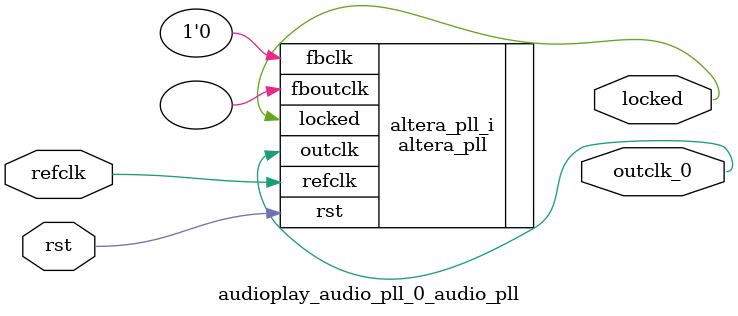
<source format=v>
`timescale 1ns/10ps
module  audioplay_audio_pll_0_audio_pll(

	// interface 'refclk'
	input wire refclk,

	// interface 'reset'
	input wire rst,

	// interface 'outclk0'
	output wire outclk_0,

	// interface 'locked'
	output wire locked
);

	altera_pll #(
		.fractional_vco_multiplier("false"),
		.reference_clock_frequency("50.0 MHz"),
		.operation_mode("direct"),
		.number_of_clocks(1),
		.output_clock_frequency0("12.288135 MHz"),
		.phase_shift0("0 ps"),
		.duty_cycle0(50),
		.output_clock_frequency1("0 MHz"),
		.phase_shift1("0 ps"),
		.duty_cycle1(50),
		.output_clock_frequency2("0 MHz"),
		.phase_shift2("0 ps"),
		.duty_cycle2(50),
		.output_clock_frequency3("0 MHz"),
		.phase_shift3("0 ps"),
		.duty_cycle3(50),
		.output_clock_frequency4("0 MHz"),
		.phase_shift4("0 ps"),
		.duty_cycle4(50),
		.output_clock_frequency5("0 MHz"),
		.phase_shift5("0 ps"),
		.duty_cycle5(50),
		.output_clock_frequency6("0 MHz"),
		.phase_shift6("0 ps"),
		.duty_cycle6(50),
		.output_clock_frequency7("0 MHz"),
		.phase_shift7("0 ps"),
		.duty_cycle7(50),
		.output_clock_frequency8("0 MHz"),
		.phase_shift8("0 ps"),
		.duty_cycle8(50),
		.output_clock_frequency9("0 MHz"),
		.phase_shift9("0 ps"),
		.duty_cycle9(50),
		.output_clock_frequency10("0 MHz"),
		.phase_shift10("0 ps"),
		.duty_cycle10(50),
		.output_clock_frequency11("0 MHz"),
		.phase_shift11("0 ps"),
		.duty_cycle11(50),
		.output_clock_frequency12("0 MHz"),
		.phase_shift12("0 ps"),
		.duty_cycle12(50),
		.output_clock_frequency13("0 MHz"),
		.phase_shift13("0 ps"),
		.duty_cycle13(50),
		.output_clock_frequency14("0 MHz"),
		.phase_shift14("0 ps"),
		.duty_cycle14(50),
		.output_clock_frequency15("0 MHz"),
		.phase_shift15("0 ps"),
		.duty_cycle15(50),
		.output_clock_frequency16("0 MHz"),
		.phase_shift16("0 ps"),
		.duty_cycle16(50),
		.output_clock_frequency17("0 MHz"),
		.phase_shift17("0 ps"),
		.duty_cycle17(50),
		.pll_type("General"),
		.pll_subtype("General")
	) altera_pll_i (
		.rst	(rst),
		.outclk	({outclk_0}),
		.locked	(locked),
		.fboutclk	( ),
		.fbclk	(1'b0),
		.refclk	(refclk)
	);
endmodule


</source>
